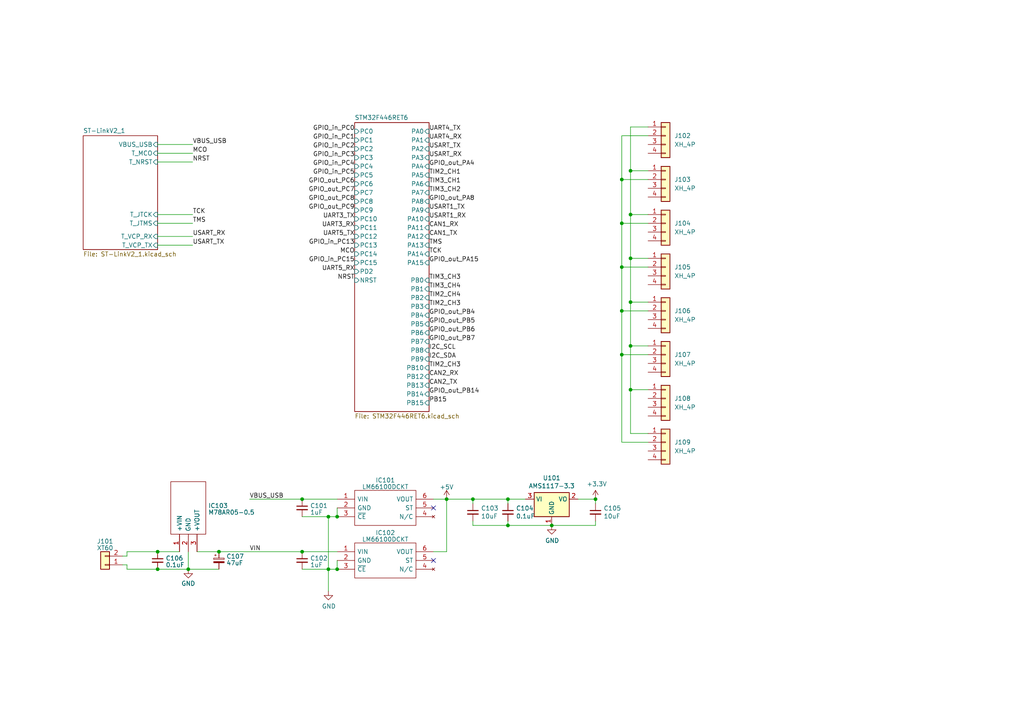
<source format=kicad_sch>
(kicad_sch (version 20230121) (generator eeschema)
  (paper "A4")
  (lib_symbols
    (symbol "Connector_Generic:Conn_01x02" (pin_names (offset 1.016) hide)
      (property "Reference" "J" (at 0 2.54 0))
      (property "Value" "Conn_01x02" (at 0 -5.08 0))
      (symbol "Conn_01x02_1_1"
        (rectangle (start -1.27 -2.413) (end 0 -2.667) (stroke (width 0.1524)))
        (rectangle (start -1.27 0.127) (end 0 -0.127) (stroke (width 0.1524)))
        (rectangle (start -1.27 1.27) (end 1.27 -3.81) (stroke (width 0.254)) (fill (type background)))
        (pin passive line (at -5.08 0 0) (length 3.81) (name "Pin_1") (number "1"))
        (pin passive line (at -5.08 -2.54 0) (length 3.81) (name "Pin_2") (number "2"))
      )
    )
    (symbol "Connector_Generic:Conn_01x04" (pin_names (offset 1.016) hide)
      (property "Reference" "J" (at 0 5.08 0))
      (property "Value" "Conn_01x04" (at 0 -7.62 0))
      (symbol "Conn_01x04_1_1"
        (rectangle (start -1.27 -4.953) (end 0 -5.207) (stroke (width 0.1524)))
        (rectangle (start -1.27 -2.413) (end 0 -2.667) (stroke (width 0.1524)))
        (rectangle (start -1.27 0.127) (end 0 -0.127) (stroke (width 0.1524)))
        (rectangle (start -1.27 2.667) (end 0 2.413) (stroke (width 0.1524)))
        (rectangle (start -1.27 3.81) (end 1.27 -6.35) (stroke (width 0.254)) (fill (type background)))
        (pin passive line (at -5.08 2.54 0) (length 3.81) (name "Pin_1") (number "1"))
        (pin passive line (at -5.08 0 0) (length 3.81) (name "Pin_2") (number "2"))
        (pin passive line (at -5.08 -2.54 0) (length 3.81) (name "Pin_3") (number "3"))
        (pin passive line (at -5.08 -5.08 0) (length 3.81) (name "Pin_4") (number "4"))
      )
    )
    (symbol "Device:C_Polarized_Small" (pin_numbers hide) (pin_names (offset 0.254) hide)
      (property "Reference" "C" (at 0.254 1.778 0))
      (property "Value" "C_Polarized_Small" (at 0.254 -2.032 0))
      (symbol "C_Polarized_Small_0_1"
        (rectangle (start -1.524 -0.3048) (end 1.524 -0.6858) (fill (type outline)))
        (rectangle (start -1.524 0.6858) (end 1.524 0.3048))
        (polyline (pts (xy -1.27 1.524) (xy -0.762 1.524)))
        (polyline (pts (xy -1.016 1.27) (xy -1.016 1.778)))
      )
      (symbol "C_Polarized_Small_1_1"
        (pin passive line (at 0 2.54 270) (length 1.8542) (name "~") (number "1"))
        (pin passive line (at 0 -2.54 90) (length 1.8542) (name "~") (number "2"))
      )
    )
    (symbol "Device:C_Small" (pin_numbers hide) (pin_names (offset 0.254) hide)
      (property "Reference" "C" (at 0.254 1.778 0))
      (property "Value" "C_Small" (at 0.254 -2.032 0))
      (symbol "C_Small_0_1"
        (polyline (pts (xy -1.524 -0.508) (xy 1.524 -0.508)) (stroke (width 0.3302)))
        (polyline (pts (xy -1.524 0.508) (xy 1.524 0.508)) (stroke (width 0.3048)))
      )
      (symbol "C_Small_1_1"
        (pin passive line (at 0 2.54 270) (length 2.032) (name "~") (number "1"))
        (pin passive line (at 0 -2.54 90) (length 2.032) (name "~") (number "2"))
      )
    )
    (symbol "Regulator_Linear:AMS1117-3.3"
      (property "Reference" "U" (at -3.81 3.175 0))
      (property "Value" "AMS1117-3.3" (at 0 3.175 0))
      (symbol "AMS1117-3.3_0_1"
        (rectangle (start -5.08 -5.08) (end 5.08 1.905) (stroke (width 0.254)) (fill (type background)))
      )
      (symbol "AMS1117-3.3_1_1"
        (pin power_in line (at 0 -7.62 90) (length 2.54) (name "GND") (number "1"))
        (pin power_out line (at 7.62 0 180) (length 2.54) (name "VO") (number "2"))
        (pin power_in line (at -7.62 0 0) (length 2.54) (name "VI") (number "3"))
      )
    )
    (symbol "SamacSys_Parts:LM66100DCKT" (pin_names (offset 0.762))
      (property "Reference" "IC" (at 24.13 7.62 0))
      (property "Value" "LM66100DCKT" (at 24.13 5.08 0))
      (symbol "LM66100DCKT_0_0"
        (pin passive line (at 0 0 0) (length 5.08) (name "VIN") (number "1"))
        (pin passive line (at 0 -2.54 0) (length 5.08) (name "GND") (number "2"))
        (pin passive line (at 0 -5.08 0) (length 5.08) (name "~{CE}") (number "3"))
        (pin no_connect line (at 27.94 -5.08 180) (length 5.08) (name "N/C") (number "4"))
        (pin passive line (at 27.94 -2.54 180) (length 5.08) (name "ST") (number "5"))
        (pin passive line (at 27.94 0 180) (length 5.08) (name "VOUT") (number "6"))
      )
      (symbol "LM66100DCKT_0_1"
        (polyline (pts (xy 5.08 2.54) (xy 22.86 2.54) (xy 22.86 -7.62) (xy 5.08 -7.62) (xy 5.08 2.54)) (stroke (width 0.1524)))
      )
    )
    (symbol "SamacSys_Parts:M78AR05-0.5" (pin_names (offset 0.762))
      (property "Reference" "IC" (at 21.59 7.62 0))
      (property "Value" "M78AR05-0.5" (at 21.59 5.08 0))
      (symbol "M78AR05-0.5_0_0"
        (pin passive line (at 0 0 0) (length 5.08) (name "+VIN") (number "1"))
        (pin passive line (at 0 -2.54 0) (length 5.08) (name "GND") (number "2"))
        (pin passive line (at 0 -5.08 0) (length 5.08) (name "+VOUT") (number "3"))
      )
      (symbol "M78AR05-0.5_0_1"
        (polyline (pts (xy 5.08 2.54) (xy 20.32 2.54) (xy 20.32 -7.62) (xy 5.08 -7.62) (xy 5.08 2.54)) (stroke (width 0.1524)))
      )
    )
    (symbol "power:+3.3V" (power) (pin_names (offset 0))
      (property "Value" "+3.3V" (at 0 3.556 0))
      (symbol "+3.3V_0_1"
        (polyline (pts (xy -0.762 1.27) (xy 0 2.54)))
        (polyline (pts (xy 0 0) (xy 0 2.54)))
        (polyline (pts (xy 0 2.54) (xy 0.762 1.27)))
      )
      (symbol "+3.3V_1_1"
        (pin power_in line (at 0 0 90) (length 0) hide (name "+3.3V") (number "1"))
      )
    )
    (symbol "power:+5V" (power) (pin_names (offset 0))
      (property "Value" "+5V" (at 0 3.556 0))
      (symbol "+5V_0_1"
        (polyline (pts (xy -0.762 1.27) (xy 0 2.54)))
        (polyline (pts (xy 0 0) (xy 0 2.54)))
        (polyline (pts (xy 0 2.54) (xy 0.762 1.27)))
      )
      (symbol "+5V_1_1"
        (pin power_in line (at 0 0 90) (length 0) hide (name "+5V") (number "1"))
      )
    )
    (symbol "power:GND" (power) (pin_names (offset 0))
      (property "Value" "GND" (at 0 -3.81 0))
      (symbol "GND_0_1"
        (polyline (pts (xy 0 0) (xy 0 -1.27) (xy 1.27 -1.27) (xy 0 -2.54) (xy -1.27 -1.27) (xy 0 -1.27)))
      )
      (symbol "GND_1_1"
        (pin power_in line (at 0 0 270) (length 0) hide (name "GND") (number "1"))
      )
    )
  )
  (junction (at 87.63 160.02))
  (junction (at 95.25 149.86))
  (junction (at 95.25 165.1))
  (junction (at 172.72 144.78))
  (junction (at 160.02 152.4))
  (junction (at 45.72 160.02))
  (junction (at 180.34 52.07))
  (junction (at 147.32 152.4))
  (junction (at 129.54 144.78))
  (junction (at 87.63 144.78))
  (junction (at 182.88 87.63))
  (junction (at 180.34 77.47))
  (junction (at 97.79 149.86))
  (junction (at 182.88 113.03))
  (junction (at 63.5 160.02))
  (junction (at 45.72 165.1))
  (junction (at 180.34 90.17))
  (junction (at 182.88 49.53))
  (junction (at 182.88 62.23))
  (junction (at 182.88 74.93))
  (junction (at 147.32 144.78))
  (junction (at 180.34 64.77))
  (junction (at 97.79 165.1))
  (junction (at 180.34 102.87))
  (junction (at 54.61 165.1))
  (junction (at 137.16 144.78))
  (junction (at 182.88 100.33))
  (no_connect (at 125.73 147.32))
  (no_connect (at 125.73 162.56))
  (wire (pts (xy 182.88 87.63) (xy 187.96 87.63)))
  (wire (pts (xy 57.15 160.02) (xy 63.5 160.02)))
  (wire (pts (xy 45.72 71.12) (xy 55.88 71.12)))
  (wire (pts (xy 180.34 90.17) (xy 180.34 102.87)))
  (wire (pts (xy 180.34 128.27) (xy 187.96 128.27)))
  (wire (pts (xy 137.16 151.13) (xy 137.16 152.4)))
  (wire (pts (xy 36.83 163.83) (xy 36.83 165.1)))
  (wire (pts (xy 182.88 74.93) (xy 182.88 87.63)))
  (wire (pts (xy 182.88 49.53) (xy 182.88 62.23)))
  (wire (pts (xy 180.34 102.87) (xy 187.96 102.87)))
  (wire (pts (xy 180.34 77.47) (xy 187.96 77.47)))
  (wire (pts (xy 45.72 46.99) (xy 55.88 46.99)))
  (wire (pts (xy 172.72 144.78) (xy 167.64 144.78)))
  (wire (pts (xy 45.72 165.1) (xy 54.61 165.1)))
  (wire (pts (xy 87.63 149.86) (xy 95.25 149.86)))
  (wire (pts (xy 182.88 62.23) (xy 187.96 62.23)))
  (wire (pts (xy 36.83 160.02) (xy 45.72 160.02)))
  (wire (pts (xy 147.32 146.05) (xy 147.32 144.78)))
  (wire (pts (xy 180.34 64.77) (xy 187.96 64.77)))
  (wire (pts (xy 72.39 144.78) (xy 87.63 144.78)))
  (wire (pts (xy 137.16 152.4) (xy 147.32 152.4)))
  (wire (pts (xy 172.72 144.78) (xy 172.72 146.05)))
  (wire (pts (xy 125.73 160.02) (xy 129.54 160.02)))
  (wire (pts (xy 182.88 100.33) (xy 182.88 113.03)))
  (wire (pts (xy 187.96 39.37) (xy 180.34 39.37)))
  (wire (pts (xy 182.88 74.93) (xy 187.96 74.93)))
  (wire (pts (xy 180.34 102.87) (xy 180.34 128.27)))
  (wire (pts (xy 35.56 161.29) (xy 36.83 161.29)))
  (wire (pts (xy 45.72 68.58) (xy 55.88 68.58)))
  (wire (pts (xy 45.72 64.77) (xy 55.88 64.77)))
  (wire (pts (xy 87.63 144.78) (xy 97.79 144.78)))
  (wire (pts (xy 172.72 152.4) (xy 160.02 152.4)))
  (wire (pts (xy 182.88 100.33) (xy 187.96 100.33)))
  (wire (pts (xy 129.54 144.78) (xy 129.54 160.02)))
  (wire (pts (xy 147.32 152.4) (xy 160.02 152.4)))
  (wire (pts (xy 45.72 62.23) (xy 55.88 62.23)))
  (wire (pts (xy 182.88 49.53) (xy 187.96 49.53)))
  (wire (pts (xy 180.34 52.07) (xy 180.34 64.77)))
  (wire (pts (xy 180.34 64.77) (xy 180.34 77.47)))
  (wire (pts (xy 35.56 163.83) (xy 36.83 163.83)))
  (wire (pts (xy 182.88 113.03) (xy 182.88 125.73)))
  (wire (pts (xy 172.72 151.13) (xy 172.72 152.4)))
  (wire (pts (xy 182.88 36.83) (xy 182.88 49.53)))
  (wire (pts (xy 182.88 113.03) (xy 187.96 113.03)))
  (wire (pts (xy 54.61 165.1) (xy 63.5 165.1)))
  (wire (pts (xy 45.72 165.1) (xy 36.83 165.1)))
  (wire (pts (xy 129.54 144.78) (xy 137.16 144.78)))
  (wire (pts (xy 54.61 160.02) (xy 54.61 165.1)))
  (wire (pts (xy 95.25 149.86) (xy 97.79 149.86)))
  (wire (pts (xy 87.63 160.02) (xy 97.79 160.02)))
  (wire (pts (xy 147.32 151.13) (xy 147.32 152.4)))
  (wire (pts (xy 137.16 144.78) (xy 147.32 144.78)))
  (wire (pts (xy 87.63 165.1) (xy 95.25 165.1)))
  (wire (pts (xy 147.32 144.78) (xy 152.4 144.78)))
  (wire (pts (xy 125.73 144.78) (xy 129.54 144.78)))
  (wire (pts (xy 45.72 41.91) (xy 55.88 41.91)))
  (wire (pts (xy 45.72 160.02) (xy 52.07 160.02)))
  (wire (pts (xy 95.25 165.1) (xy 97.79 165.1)))
  (wire (pts (xy 97.79 147.32) (xy 97.79 149.86)))
  (wire (pts (xy 180.34 39.37) (xy 180.34 52.07)))
  (wire (pts (xy 95.25 149.86) (xy 95.25 165.1)))
  (wire (pts (xy 182.88 87.63) (xy 182.88 100.33)))
  (wire (pts (xy 180.34 77.47) (xy 180.34 90.17)))
  (wire (pts (xy 137.16 144.78) (xy 137.16 146.05)))
  (wire (pts (xy 63.5 160.02) (xy 87.63 160.02)))
  (wire (pts (xy 97.79 162.56) (xy 97.79 165.1)))
  (wire (pts (xy 180.34 90.17) (xy 187.96 90.17)))
  (wire (pts (xy 95.25 165.1) (xy 95.25 171.45)))
  (wire (pts (xy 45.72 44.45) (xy 55.88 44.45)))
  (wire (pts (xy 180.34 52.07) (xy 187.96 52.07)))
  (wire (pts (xy 36.83 161.29) (xy 36.83 160.02)))
  (wire (pts (xy 182.88 62.23) (xy 182.88 74.93)))
  (wire (pts (xy 187.96 36.83) (xy 182.88 36.83)))
  (wire (pts (xy 182.88 125.73) (xy 187.96 125.73)))
  (label "PB15" (at 124.46 116.84 0))
  (label "TIM2_CH4" (at 124.46 86.36 0))
  (label "GPIO_out_PC9" (at 102.87 60.96 180))
  (label "GPIO_out_PA8" (at 124.46 58.42 0))
  (label "GPIO_out_PA4" (at 124.46 48.26 0))
  (label "UART5_RX" (at 102.87 78.74 180))
  (label "GPIO_out_PB4" (at 124.46 91.44 0))
  (label "USART_TX" (at 124.46 43.18 0))
  (label "GPIO_in_PC2" (at 102.87 43.18 180))
  (label "TIM2_CH3" (at 124.46 106.68 0))
  (label "TIM3_CH4" (at 124.46 83.82 0))
  (label "TCK" (at 124.46 73.66 0))
  (label "GPIO_out_PC8" (at 102.87 58.42 180))
  (label "TCK" (at 55.88 62.23 0))
  (label "TIM3_CH3" (at 124.46 81.28 0))
  (label "GPIO_out_PB14" (at 124.46 114.3 0))
  (label "MCO" (at 102.87 73.66 180))
  (label "GPIO_in_PC3" (at 102.87 45.72 180))
  (label "VBUS_USB" (at 55.88 41.91 0))
  (label "CAN2_RX" (at 124.46 109.22 0))
  (label "TMS" (at 124.46 71.12 0))
  (label "MCO" (at 55.88 44.45 0))
  (label "VBUS_USB" (at 72.39 144.78 0))
  (label "USART1_TX" (at 124.46 60.96 0))
  (label "UART4_RX" (at 124.46 40.64 0))
  (label "GPIO_out_PC7" (at 102.87 55.88 180))
  (label "UART3_TX" (at 102.87 63.5 180))
  (label "NRST" (at 102.87 81.28 180))
  (label "USART1_RX" (at 124.46 63.5 0))
  (label "TMS" (at 55.88 64.77 0))
  (label "CAN1_TX" (at 124.46 68.58 0))
  (label "CAN2_TX" (at 124.46 111.76 0))
  (label "USART_RX" (at 55.88 68.58 0))
  (label "UART5_TX" (at 102.87 68.58 180))
  (label "CAN1_RX" (at 124.46 66.04 0))
  (label "TIM2_CH1" (at 124.46 50.8 0))
  (label "GPIO_out_PC6" (at 102.87 53.34 180))
  (label "GPIO_out_PA15" (at 124.46 76.2 0))
  (label "GPIO_in_PC1" (at 102.87 40.64 180))
  (label "GPIO_out_PB5" (at 124.46 93.98 0))
  (label "TIM2_CH3" (at 124.46 88.9 0))
  (label "I2C_SCL" (at 124.46 101.6 0))
  (label "UART4_TX" (at 124.46 38.1 0))
  (label "UART3_RX" (at 102.87 66.04 180))
  (label "USART_TX" (at 55.88 71.12 0))
  (label "GPIO_in_PC0" (at 102.87 38.1 180))
  (label "I2C_SDA" (at 124.46 104.14 0))
  (label "GPIO_in_PC13" (at 102.87 71.12 180))
  (label "GPIO_in_PC15" (at 102.87 76.2 180))
  (label "NRST" (at 55.88 46.99 0))
  (label "GPIO_out_PB6" (at 124.46 96.52 0))
  (label "VIN" (at 72.39 160.02 0))
  (label "GPIO_in_PC5" (at 102.87 50.8 180))
  (label "GPIO_in_PC4" (at 102.87 48.26 180))
  (label "TIM3_CH2" (at 124.46 55.88 0))
  (label "TIM3_CH1" (at 124.46 53.34 0))
  (label "USART_RX" (at 124.46 45.72 0))
  (label "GPIO_out_PB7" (at 124.46 99.06 0))
  (symbol (lib_id "Device:C_Small") (at 137.16 148.59 0) (unit 1)
    (property "Reference" "C103" (at 139.4968 147.4216 0) (effects (justify left)))
    (property "Value" "10uF" (at 139.4968 149.733 0) (effects (justify left)))
    (property "Footprint" "Capacitor_SMD:C_0805_2012Metric" (effects hide))
    (property "LCSC" "C440198" (effects hide))
  )
  (symbol (lib_id "power:GND") (at 160.02 152.4 0) (unit 1)
    (property "Reference" "#PWR0103" (effects hide))
    (property "Value" "GND" (at 160.147 156.7942 0))
  )
  (symbol (lib_id "Connector_Generic:Conn_01x04") (at 193.04 64.77 0) (unit 1)
    (property "Reference" "J104" (at 195.58 64.77 0) (effects (justify left)))
    (property "Value" "XH_4P" (at 195.58 67.31 0) (effects (justify left)))
  )
  (symbol (lib_id "Connector_Generic:Conn_01x04") (at 193.04 77.47 0) (unit 1)
    (property "Reference" "J105" (at 195.58 77.47 0) (effects (justify left)))
    (property "Value" "XH_4P" (at 195.58 80.01 0) (effects (justify left)))
  )
  (symbol (lib_id "Connector_Generic:Conn_01x04") (at 193.04 52.07 0) (unit 1)
    (property "Reference" "J103" (at 195.58 52.07 0) (effects (justify left)))
    (property "Value" "XH_4P" (at 195.58 54.61 0) (effects (justify left)))
  )
  (symbol (lib_id "SamacSys_Parts:LM66100DCKT") (at 97.79 160.02 0) (unit 1)
    (property "Reference" "IC102" (at 111.76 154.5209 0))
    (property "Value" "LM66100DCKT" (at 111.76 156.4419 0))
    (property "Footprint" "SamacSys_Parts:SOT65P210X110-6N" (effects hide))
    (property "Datasheet" "http://www.ti.com/general/docs/suppproductinfo.tsp?distId=10&gotoUrl=http%3A%2F%2Fwww.ti.com%2Flit%2Fgpn%2flm66100" (effects hide))
    (property "Description" "Hot Swap Voltage Controllers A 595-LM66100DCKR" (effects hide))
    (property "Height" "1.1" (effects hide))
    (property "Manufacturer_Name" "Texas Instruments" (effects hide))
    (property "Manufacturer_Part_Number" "LM66100DCKT" (effects hide))
    (property "Mouser Part Number" "595-LM66100DCKT" (effects hide))
    (property "Mouser Price/Stock" "https://www.mouser.co.uk/ProductDetail/Texas-Instruments/LM66100DCKT?qs=vLWxofP3U2zoiBCtDTudjw%3D%3D" (effects hide))
    (property "Arrow Part Number" "LM66100DCKT" (effects hide))
    (property "Arrow Price/Stock" "https://www.arrow.com/en/products/lm66100dckt/texas-instruments?region=nac" (effects hide))
    (property "LCSC" "C2832141" (effects hide))
  )
  (symbol (lib_id "Device:C_Small") (at 172.72 148.59 0) (unit 1)
    (property "Reference" "C105" (at 175.0568 147.4216 0) (effects (justify left)))
    (property "Value" "10uF" (at 175.0568 149.733 0) (effects (justify left)))
    (property "Footprint" "Capacitor_SMD:C_0805_2012Metric" (effects hide))
    (property "LCSC" "C440198" (effects hide))
  )
  (symbol (lib_id "SamacSys_Parts:LM66100DCKT") (at 97.79 144.78 0) (unit 1)
    (property "Reference" "IC101" (at 111.76 139.2809 0))
    (property "Value" "LM66100DCKT" (at 111.76 141.2019 0))
    (property "Footprint" "SamacSys_Parts:SOT65P210X110-6N" (effects hide))
    (property "Datasheet" "http://www.ti.com/general/docs/suppproductinfo.tsp?distId=10&gotoUrl=http%3A%2F%2Fwww.ti.com%2Flit%2Fgpn%2flm66100" (effects hide))
    (property "Description" "Hot Swap Voltage Controllers A 595-LM66100DCKR" (effects hide))
    (property "Height" "1.1" (effects hide))
    (property "Manufacturer_Name" "Texas Instruments" (effects hide))
    (property "Manufacturer_Part_Number" "LM66100DCKT" (effects hide))
    (property "Mouser Part Number" "595-LM66100DCKT" (effects hide))
    (property "Mouser Price/Stock" "https://www.mouser.co.uk/ProductDetail/Texas-Instruments/LM66100DCKT?qs=vLWxofP3U2zoiBCtDTudjw%3D%3D" (effects hide))
    (property "Arrow Part Number" "LM66100DCKT" (effects hide))
    (property "Arrow Price/Stock" "https://www.arrow.com/en/products/lm66100dckt/texas-instruments?region=nac" (effects hide))
    (property "LCSC" "C2832141" (effects hide))
  )
  (symbol (lib_id "Device:C_Polarized_Small") (at 63.5 162.56 0) (unit 1)
    (property "Reference" "C107" (at 65.659 161.3702 0) (effects (justify left)))
    (property "Value" "47uF" (at 65.659 163.2912 0) (effects (justify left)))
    (property "Footprint" "Capacitor_THT:CP_Radial_D5.0mm_P2.50mm" (effects hide))
  )
  (symbol (lib_id "Regulator_Linear:AMS1117-3.3") (at 160.02 144.78 0) (unit 1)
    (property "Reference" "U101" (at 160.02 138.6332 0))
    (property "Value" "AMS1117-3.3" (at 160.02 140.9446 0))
    (property "Footprint" "Package_TO_SOT_SMD:SOT-89-3" (effects hide))
    (property "Datasheet" "http://www.advanced-monolithic.com/pdf/ds1117.pdf" (effects hide))
    (property "LCSC" "C347256" (effects hide))
  )
  (symbol (lib_id "power:+3.3V") (at 172.72 144.78 0) (unit 1)
    (property "Reference" "#PWR0104" (effects hide))
    (property "Value" "+3.3V" (at 173.101 140.3858 0))
  )
  (symbol (lib_id "power:GND") (at 54.61 165.1 0) (unit 1)
    (property "Reference" "#PWR0105" (effects hide))
    (property "Value" "GND" (at 54.61 169.2355 0))
  )
  (symbol (lib_id "SamacSys_Parts:M78AR05-0.5") (at 52.07 160.02 90) (unit 1)
    (property "Reference" "IC103" (at 60.4012 146.6763 90) (effects (justify right)))
    (property "Value" "M78AR05-0.5" (at 60.4012 148.5973 90) (effects (justify right)))
    (property "Footprint" "SamacSys_Parts:M78AR05" (effects hide))
    (property "Datasheet" "https://minmax.cdistore.com/datasheets/minmax/M78AR-0.5-R7-151225.pdf" (effects hide))
    (property "Description" "Switching Regulator 0.5A, SIP Package" (effects hide))
    (property "Manufacturer_Name" "Minmax" (effects hide))
    (property "Manufacturer_Part_Number" "M78AR05-0.5" (effects hide))
  )
  (symbol (lib_id "Connector_Generic:Conn_01x04") (at 193.04 90.17 0) (unit 1)
    (property "Reference" "J106" (at 195.58 90.17 0) (effects (justify left)))
    (property "Value" "XH_4P" (at 195.58 92.71 0) (effects (justify left)))
  )
  (symbol (lib_id "Connector_Generic:Conn_01x04") (at 193.04 39.37 0) (unit 1)
    (property "Reference" "J102" (at 195.58 39.37 0) (effects (justify left)))
    (property "Value" "XH_4P" (at 195.58 41.91 0) (effects (justify left)))
  )
  (symbol (lib_id "Connector_Generic:Conn_01x04") (at 193.04 128.27 0) (unit 1)
    (property "Reference" "J109" (at 195.58 128.27 0) (effects (justify left)))
    (property "Value" "XH_4P" (at 195.58 130.81 0) (effects (justify left)))
  )
  (symbol (lib_id "Device:C_Small") (at 45.72 162.56 0) (unit 1)
    (property "Reference" "C106" (at 48.0441 161.9226 0) (effects (justify left)))
    (property "Value" "0.1uF" (at 48.0441 163.8436 0) (effects (justify left)))
    (property "Footprint" "Capacitor_THT:C_Disc_D3.8mm_W2.6mm_P2.50mm" (effects hide))
  )
  (symbol (lib_id "power:GND") (at 95.25 171.45 0) (unit 1)
    (property "Reference" "#PWR0101" (effects hide))
    (property "Value" "GND" (at 95.377 175.8442 0))
  )
  (symbol (lib_id "Device:C_Small") (at 147.32 148.59 0) (unit 1)
    (property "Reference" "C104" (at 149.6568 147.4216 0) (effects (justify left)))
    (property "Value" "0.1uF" (at 149.6568 149.733 0) (effects (justify left)))
    (property "Footprint" "Capacitor_SMD:C_0402_1005Metric" (effects hide))
    (property "LCSC" "C307331" (effects hide))
  )
  (symbol (lib_id "Connector_Generic:Conn_01x04") (at 193.04 115.57 0) (unit 1)
    (property "Reference" "J108" (at 195.58 115.57 0) (effects (justify left)))
    (property "Value" "XH_4P" (at 195.58 118.11 0) (effects (justify left)))
  )
  (symbol (lib_id "Connector_Generic:Conn_01x04") (at 193.04 102.87 0) (unit 1)
    (property "Reference" "J107" (at 195.58 102.87 0) (effects (justify left)))
    (property "Value" "XH_4P" (at 195.58 105.41 0) (effects (justify left)))
  )
  (symbol (lib_id "Device:C_Small") (at 87.63 162.56 0) (unit 1)
    (property "Reference" "C102" (at 89.9541 161.9226 0) (effects (justify left)))
    (property "Value" "1uF" (at 89.9541 163.8436 0) (effects (justify left)))
    (property "Footprint" "Capacitor_SMD:C_0603_1608Metric" (effects hide))
    (property "LCSC" "C15849" (effects hide))
  )
  (symbol (lib_id "power:+5V") (at 129.54 144.78 0) (unit 1)
    (property "Reference" "#PWR0102" (effects hide))
    (property "Value" "+5V" (at 129.54 141.2781 0))
  )
  (symbol (lib_id "Connector_Generic:Conn_01x02") (at 30.48 163.83 180) (unit 1)
    (property "Reference" "J101" (at 30.48 157.0101 0))
    (property "Value" "XT60" (at 30.48 158.9311 0))
    (property "Footprint" "Connector_AMASS:AMASS_XT60PW-M_1x02_P7.20mm_Horizontal" (effects hide))
  )
  (symbol (lib_id "Device:C_Small") (at 87.63 147.32 0) (unit 1)
    (property "Reference" "C101" (at 89.9541 146.6826 0) (effects (justify left)))
    (property "Value" "1uF" (at 89.9541 148.6036 0) (effects (justify left)))
    (property "Footprint" "Capacitor_SMD:C_0603_1608Metric" (effects hide))
    (property "LCSC" "C15849" (effects hide))
  )
  (sheet (at 24.13 39.37) (size 21.59 33.02) (stroke (width 0.1524))
    (property "Sheetname" "ST-LinkV2_1" (at 24.13 38.6584 0) (effects (justify left bottom)))
    (property "Sheetfile" "ST-LinkV2_1.kicad_sch" (at 24.13 72.9746 0) (effects (justify left top)))
    (pin "T_MCO" input (at 45.72 44.45 0))
    (pin "T_JTCK" input (at 45.72 62.23 0))
    (pin "T_VCP_RX" input (at 45.72 68.58 0))
    (pin "T_VCP_TX" input (at 45.72 71.12 0))
    (pin "T_JTMS" input (at 45.72 64.77 0))
    (pin "T_NRST" input (at 45.72 46.99 0))
    (pin "VBUS_USB" input (at 45.72 41.91 0))
  )
  (sheet (at 102.87 35.56) (size 21.59 83.82) (stroke (width 0.1524))
    (property "Sheetname" "STM32F446RET6" (at 102.87 34.8484 0) (effects (justify left bottom)))
    (property "Sheetfile" "STM32F446RET6.kicad_sch" (at 102.87 119.9646 0) (effects (justify left top)))
    (pin "PC5" input (at 102.87 50.8 180))
    (pin "PC6" input (at 102.87 53.34 180))
    (pin "PC3" input (at 102.87 45.72 180))
    (pin "PD2" input (at 102.87 78.74 180))
    (pin "PC2" input (at 102.87 43.18 180))
    (pin "PC0" input (at 102.87 38.1 180))
    (pin "PC1" input (at 102.87 40.64 180))
    (pin "PC9" input (at 102.87 60.96 180))
    (pin "PC4" input (at 102.87 48.26 180))
    (pin "PC10" input (at 102.87 63.5 180))
    (pin "PC8" input (at 102.87 58.42 180))
    (pin "PC11" input (at 102.87 66.04 180))
    (pin "PC7" input (at 102.87 55.88 180))
    (pin "PB6" input (at 124.46 96.52 0))
    (pin "PB2" input (at 124.46 86.36 0))
    (pin "PB1" input (at 124.46 83.82 0))
    (pin "PB4" input (at 124.46 91.44 0))
    (pin "PB3" input (at 124.46 88.9 0))
    (pin "PB7" input (at 124.46 99.06 0))
    (pin "PB5" input (at 124.46 93.98 0))
    (pin "PC14" input (at 102.87 73.66 180))
    (pin "PC12" input (at 102.87 68.58 180))
    (pin "PC15" input (at 102.87 76.2 180))
    (pin "PC13" input (at 102.87 71.12 180))
    (pin "PB10" input (at 124.46 106.68 0))
    (pin "PB13" input (at 124.46 111.76 0))
    (pin "PB12" input (at 124.46 109.22 0))
    (pin "PB9" input (at 124.46 104.14 0))
    (pin "PB15" input (at 124.46 116.84 0))
    (pin "PB8" input (at 124.46 101.6 0))
    (pin "PB14" input (at 124.46 114.3 0))
    (pin "PA8" input (at 124.46 58.42 0))
    (pin "PA9" input (at 124.46 60.96 0))
    (pin "PA10" input (at 124.46 63.5 0))
    (pin "PA7" input (at 124.46 55.88 0))
    (pin "PA6" input (at 124.46 53.34 0))
    (pin "PA12" input (at 124.46 68.58 0))
    (pin "PA11" input (at 124.46 66.04 0))
    (pin "PB0" input (at 124.46 81.28 0))
    (pin "PA13" input (at 124.46 71.12 0))
    (pin "PA15" input (at 124.46 76.2 0))
    (pin "PA14" input (at 124.46 73.66 0))
    (pin "PA4" input (at 124.46 48.26 0))
    (pin "PA0" input (at 124.46 38.1 0))
    (pin "PA2" input (at 124.46 43.18 0))
    (pin "PA1" input (at 124.46 40.64 0))
    (pin "PA3" input (at 124.46 45.72 0))
    (pin "PA5" input (at 124.46 50.8 0))
    (pin "NRST" input (at 102.87 81.28 180))
  )
)
</source>
